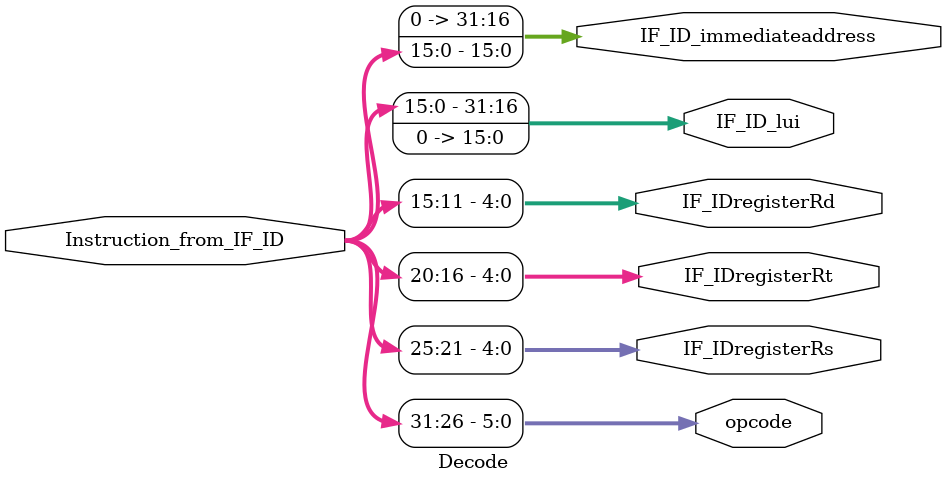
<source format=v>
`timescale 1ns / 1ps


module Decode(
input [31:0] Instruction_from_IF_ID,
output  [5:0] opcode,
output  [4:0] IF_IDregisterRs,
output [4:0] IF_IDregisterRt,
output [4:0] IF_IDregisterRd,

output [31:0] IF_ID_lui,
output [31:0] IF_ID_immediateaddress


    );
   // wire [15:0] IF_IDoffset;
    
   assign opcode [5:0] = Instruction_from_IF_ID [31:26];
   assign IF_IDregisterRs [4:0] = Instruction_from_IF_ID [25:21];
   assign IF_IDregisterRt [4:0] = Instruction_from_IF_ID [20:16];
   assign IF_IDregisterRd [4:0] = Instruction_from_IF_ID [15:11];
   //assign IF_IDoffset [15:0] = Instruction_from_IF_ID [15:0];
   assign IF_ID_lui [31:0] = {Instruction_from_IF_ID [15:0], 16'b0};
   assign IF_ID_immediateaddress [31:0] = {16'b0, Instruction_from_IF_ID [15:0]};
   
endmodule


</source>
